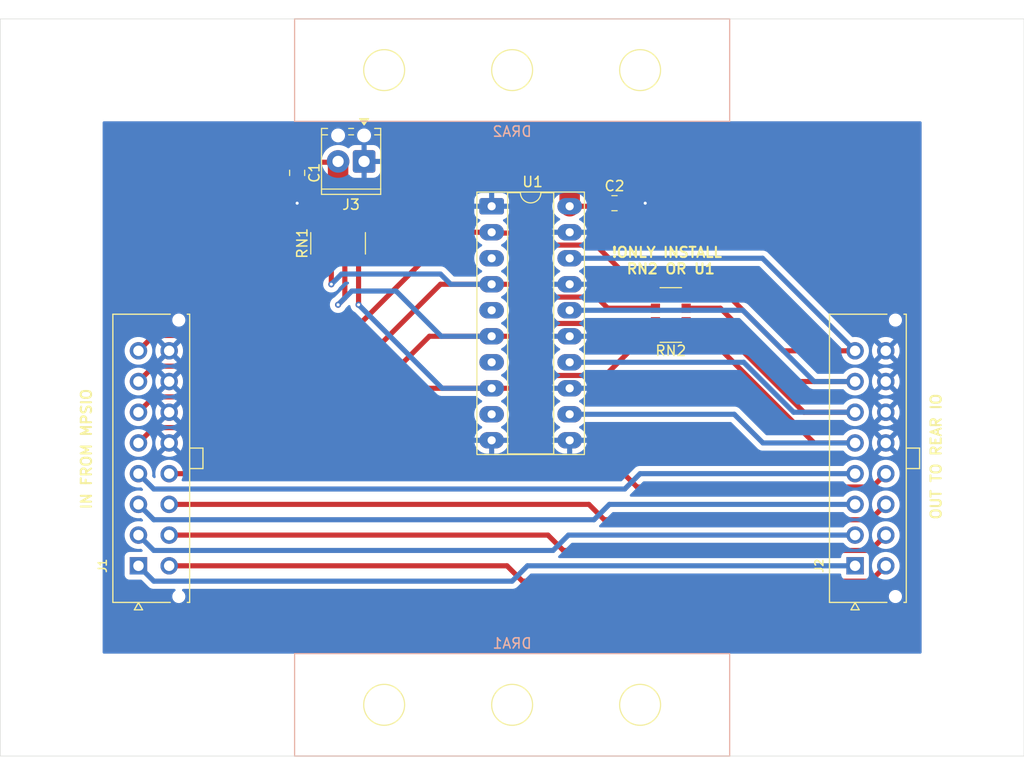
<source format=kicad_pcb>
(kicad_pcb (version 20241229) (generator "pcbnew") (generator_version "9.0")
  (layers (0 "F.Cu" signal) (2 "B.Cu" signal) (13 "F.Paste" user) (15 "B.Paste" user) (5 "F.SilkS" user "F.Silkscreen") (7 "B.SilkS" user "B.Silkscreen") (1 "F.Mask" user) (3 "B.Mask" user) (25 "Edge.Cuts" user))
  (net 0 "")
  (net 1 "Vdrive")
  (net 2 "GND")
  (net 6 "/OUT2_SRC")
  (net 7 "/OUT3_SRC")
  (net 8 "/OUT4_SRC")
  (net 9 "/OUT1_SRC")
  (net 10 "/OUT1_TRANSLATED")
  (net 11 "/OUT4_TRANSLATED")
  (net 12 "/OUT2_TRANSLATED")
  (net 13 "/OUT3_TRANSLATED")
  (net 15 "/IN1_RTN")
  (net 16 "/IN2_RTN")
  (net 17 "/IN3_SRC")
  (net 18 "/IN4_SRC")
  (net 19 "/IN1_SRC")
  (net 20 "/IN4_RTN")
  (net 21 "/IN2_SRC")
  (net 22 "/IN3_RTN")
  (footprint "MountingEquipment:DINRailAdapter_3xM3_PhoenixContact_1201578" (layer "F.Cu") (at 164.38 123.86)
    (property "Reference" "DRA1" (at 0 -6 0) (layer "B.SilkS") (effects (justify mirror)))
    (property "Value" "1201578")
    (fp_circle (center -12.5 0) (end -10.5 0) (stroke (width 0.12)) (fill no) (layer "F.SilkS"))
    (fp_circle (center 0 0) (end 2 0) (stroke (width 0.12)) (fill no) (layer "F.SilkS"))
    (fp_circle (center 12.5 0) (end 14.5 0) (stroke (width 0.12)) (fill no) (layer "F.SilkS"))
    (fp_line (start -21.25 -5) (end -21.25 5) (stroke (width 0.12)) (layer "B.SilkS"))
    (fp_line (start -21.25 5) (end 21.25 5) (stroke (width 0.12)) (layer "B.SilkS"))
    (fp_line (start 21.25 -5) (end -21.25 -5) (stroke (width 0.12)) (layer "B.SilkS"))
    (fp_line (start 21.25 5) (end 21.25 -5) (stroke (width 0.12)) (layer "B.SilkS"))
    (pad "" np_thru_hole circle (at -12.5 0) (size 3.2 3.2) (drill 3.2) (layers "*.Cu" "*.Mask"))
    (pad "" np_thru_hole circle (at 0 0) (size 3.2 3.2) (drill 3.2) (layers "*.Cu" "*.Mask"))
    (pad "" np_thru_hole circle (at 12.5 0) (size 3.2 3.2) (drill 3.2) (layers "*.Cu" "*.Mask"))
  )
  (footprint "MountingEquipment:DINRailAdapter_3xM3_PhoenixContact_1201578" (layer "F.Cu") (at 164.38 61.86)
    (property "Reference" "DRA2" (at 0 6 0) (layer "B.SilkS") (effects (justify mirror)))
    (property "Value" "1201578")
    (fp_circle (center -12.5 0) (end -10.5 0) (stroke (width 0.12)) (fill no) (layer "F.SilkS"))
    (fp_circle (center 0 0) (end 2 0) (stroke (width 0.12)) (fill no) (layer "F.SilkS"))
    (fp_circle (center 12.5 0) (end 14.5 0) (stroke (width 0.12)) (fill no) (layer "F.SilkS"))
    (fp_line (start -21.25 -5) (end -21.25 5) (stroke (width 0.12)) (layer "B.SilkS"))
    (fp_line (start -21.25 5) (end 21.25 5) (stroke (width 0.12)) (layer "B.SilkS"))
    (fp_line (start 21.25 -5) (end -21.25 -5) (stroke (width 0.12)) (layer "B.SilkS"))
    (fp_line (start 21.25 5) (end 21.25 -5) (stroke (width 0.12)) (layer "B.SilkS"))
    (pad "" np_thru_hole circle (at -12.5 0) (size 3.2 3.2) (drill 3.2) (layers "*.Cu" "*.Mask"))
    (pad "" np_thru_hole circle (at 0 0) (size 3.2 3.2) (drill 3.2) (layers "*.Cu" "*.Mask"))
    (pad "" np_thru_hole circle (at 12.5 0) (size 3.2 3.2) (drill 3.2) (layers "*.Cu" "*.Mask"))
  )
  (footprint "Capacitor_SMD:C_0805_2012Metric_Pad1.18x1.45mm_HandSolder" (layer "F.Cu") (at 174.38 74.86)
    (property "Reference" "C2" (at 0 -1.68 0) (layer "F.SilkS"))
    (property "Value" "100nF")
    (fp_line (start -0.261252 -0.735) (end 0.261252 -0.735) (stroke (width 0.12)) (layer "F.SilkS"))
    (fp_line (start -0.261252 0.735) (end 0.261252 0.735) (stroke (width 0.12)) (layer "F.SilkS"))
    (pad "1" smd roundrect (at -1.0375 0) (size 1.175 1.45) (layers "F.Cu" "F.Mask" "F.Paste") (roundrect_rratio 0.212766) (net 1 "Vdrive"))
    (pad "2" smd roundrect (at 1.0375 0) (size 1.175 1.45) (layers "F.Cu" "F.Mask" "F.Paste") (roundrect_rratio 0.212766) (net 2 "GND"))
  )
  (footprint "Resistor_SMD:R_Array_Convex_4x1206" (layer "F.Cu") (at 179.88 85.78 180)
    (property "Reference" "RN2" (at 0 -3.5 0) (layer "F.SilkS"))
    (property "Value" "0R")
    (fp_line (start 1.05 2.67) (end -1.05 2.67) (stroke (width 0.12)) (layer "F.SilkS"))
    (fp_line (start 1.05 -2.67) (end -1.05 -2.67) (stroke (width 0.12)) (layer "F.SilkS"))
    (pad "1" smd rect (at -1.5 -2 180) (size 0.9 0.9) (layers "F.Cu" "F.Mask" "F.Paste") (net 10 "/OUT1_TRANSLATED"))
    (pad "2" smd rect (at -1.5 -0.66 180) (size 0.9 0.9) (layers "F.Cu" "F.Mask" "F.Paste") (net 12 "/OUT2_TRANSLATED"))
    (pad "3" smd rect (at -1.5 0.66 180) (size 0.9 0.9) (layers "F.Cu" "F.Mask" "F.Paste") (net 13 "/OUT3_TRANSLATED"))
    (pad "4" smd rect (at -1.5 2 180) (size 0.9 0.9) (layers "F.Cu" "F.Mask" "F.Paste") (net 11 "/OUT4_TRANSLATED"))
    (pad "5" smd rect (at 1.5 2 180) (size 0.9 0.9) (layers "F.Cu" "F.Mask" "F.Paste") (net 8 "/OUT4_SRC"))
    (pad "6" smd rect (at 1.5 0.66 180) (size 0.9 0.9) (layers "F.Cu" "F.Mask" "F.Paste") (net 7 "/OUT3_SRC"))
    (pad "7" smd rect (at 1.5 -0.66 180) (size 0.9 0.9) (layers "F.Cu" "F.Mask" "F.Paste") (net 6 "/OUT2_SRC"))
    (pad "8" smd rect (at 1.5 -2 180) (size 0.9 0.9) (layers "F.Cu" "F.Mask" "F.Paste") (net 9 "/OUT1_SRC"))
  )
  (footprint "footprints:430451628" (layer "F.Cu") (at 199.38 99.78 -90)
    (property "Reference" "J2" (at 10.5 5 90) (layer "F.SilkS") (effects (font (size 0.787402 0.787402))))
    (property "Value" "430451628")
    (fp_line (start -14.075 4) (end -14.075 -1.61) (stroke (width 0.127)) (layer "F.SilkS"))
    (fp_line (start 14.075 4) (end -14.075 4) (stroke (width 0.127)) (layer "F.SilkS"))
    (fp_line (start 14.8 1.9) (end 14.8 1.1) (stroke (width 0.127)) (layer "F.SilkS"))
    (fp_line (start 14.1 1.5) (end 14.8 1.9) (stroke (width 0.127)) (layer "F.SilkS"))
    (fp_line (start 14.8 1.1) (end 14.1 1.5) (stroke (width 0.127)) (layer "F.SilkS"))
    (fp_line (start 14.075 -1.61) (end 14.075 4) (stroke (width 0.127)) (layer "F.SilkS"))
    (fp_line (start -14.075 -3.27) (end -14.075 -3.5) (stroke (width 0.127)) (layer "F.SilkS"))
    (fp_line (start -14.075 -3.5) (end 14.075 -3.5) (stroke (width 0.127)) (layer "F.SilkS"))
    (fp_line (start 14.075 -3.5) (end 14.075 -3.27) (stroke (width 0.127)) (layer "F.SilkS"))
    (fp_line (start -1 -4.8) (end -1 -3.495) (stroke (width 0.127)) (layer "F.SilkS"))
    (fp_line (start -1 -4.8) (end 1 -4.8) (stroke (width 0.127)) (layer "F.SilkS"))
    (fp_line (start 1 -4.8) (end 1 -3.495) (stroke (width 0.127)) (layer "F.SilkS"))
    (pad "" np_thru_hole circle (at -13.5 -2.44 270) (size 1.02 1.02) (drill 1.02) (layers "*.Cu" "*.Mask"))
    (pad "" np_thru_hole circle (at 13.5 -2.44 270) (size 1.02 1.02) (drill 1.02) (layers "*.Cu" "*.Mask"))
    (pad "1" thru_hole rect (at 10.5 1.5 270) (size 1.7 1.7) (drill 1.02) (layers "*.Cu" "*.Mask") (net 19 "/IN1_SRC"))
    (pad "2" thru_hole circle (at 7.5 1.5 270) (size 1.7 1.7) (drill 1.02) (layers "*.Cu" "*.Mask") (net 21 "/IN2_SRC"))
    (pad "3" thru_hole circle (at 4.5 1.5 270) (size 1.7 1.7) (drill 1.02) (layers "*.Cu" "*.Mask") (net 17 "/IN3_SRC"))
    (pad "4" thru_hole circle (at 1.5 1.5 270) (size 1.7 1.7) (drill 1.02) (layers "*.Cu" "*.Mask") (net 18 "/IN4_SRC"))
    (pad "5" thru_hole circle (at -1.5 1.5 270) (size 1.7 1.7) (drill 1.02) (layers "*.Cu" "*.Mask") (net 10 "/OUT1_TRANSLATED"))
    (pad "6" thru_hole circle (at -4.5 1.5 270) (size 1.7 1.7) (drill 1.02) (layers "*.Cu" "*.Mask") (net 12 "/OUT2_TRANSLATED"))
    (pad "7" thru_hole circle (at -7.5 1.5 270) (size 1.7 1.7) (drill 1.02) (layers "*.Cu" "*.Mask") (net 13 "/OUT3_TRANSLATED"))
    (pad "8" thru_hole circle (at -10.5 1.5 270) (size 1.7 1.7) (drill 1.02) (layers "*.Cu" "*.Mask") (net 11 "/OUT4_TRANSLATED"))
    (pad "9" thru_hole circle (at 10.5 -1.5 270) (size 1.7 1.7) (drill 1.02) (layers "*.Cu" "*.Mask") (net 15 "/IN1_RTN"))
    (pad "10" thru_hole circle (at 7.5 -1.5 270) (size 1.7 1.7) (drill 1.02) (layers "*.Cu" "*.Mask") (net 16 "/IN2_RTN"))
    (pad "11" thru_hole circle (at 4.5 -1.5 270) (size 1.7 1.7) (drill 1.02) (layers "*.Cu" "*.Mask") (net 22 "/IN3_RTN"))
    (pad "12" thru_hole circle (at 1.5 -1.5 270) (size 1.7 1.7) (drill 1.02) (layers "*.Cu" "*.Mask") (net 20 "/IN4_RTN"))
    (pad "13" thru_hole circle (at -1.5 -1.5 270) (size 1.7 1.7) (drill 1.02) (layers "*.Cu" "*.Mask") (net 2 "GND"))
    (pad "14" thru_hole circle (at -4.5 -1.5 270) (size 1.7 1.7) (drill 1.02) (layers "*.Cu" "*.Mask") (net 2 "GND"))
    (pad "15" thru_hole circle (at -7.5 -1.5 270) (size 1.7 1.7) (drill 1.02) (layers "*.Cu" "*.Mask") (net 2 "GND"))
    (pad "16" thru_hole circle (at -10.5 -1.5 270) (size 1.7 1.7) (drill 1.02) (layers "*.Cu" "*.Mask") (net 2 "GND"))
  )
  (footprint "TerminalBlock_Phoenix:TerminalBlock_Phoenix_MPT-0,5-2-2.54_1x02_P2.54mm_Horizontal" (layer "F.Cu") (at 149.92 70.78 180)
    (property "Reference" "J3" (at 1.27 -4.22 0) (layer "F.SilkS"))
    (property "Value" "Phoenix 1725656")
    (fp_line (start 4.16 3.22) (end 3.57 3.22) (stroke (width 0.12)) (layer "F.SilkS"))
    (fp_line (start 4.16 -3.22) (end 4.16 3.22) (stroke (width 0.12)) (layer "F.SilkS"))
    (fp_line (start 3.57 2.6) (end 4.16 2.6) (stroke (width 0.12)) (layer "F.SilkS"))
    (fp_line (start 1.51 3.22) (end 1.03 3.22) (stroke (width 0.12)) (layer "F.SilkS"))
    (fp_line (start 1.03 2.6) (end 1.51 2.6) (stroke (width 0.12)) (layer "F.SilkS"))
    (fp_line (start -1.03 3.22) (end -1.62 3.22) (stroke (width 0.12)) (layer "F.SilkS"))
    (fp_line (start -1.62 3.22) (end -1.62 -3.22) (stroke (width 0.12)) (layer "F.SilkS"))
    (fp_line (start -1.62 2.6) (end -1.03 2.6) (stroke (width 0.12)) (layer "F.SilkS"))
    (fp_line (start -1.62 -2.7) (end 4.16 -2.7) (stroke (width 0.12)) (layer "F.SilkS"))
    (fp_line (start -1.62 -3.22) (end 4.16 -3.22) (stroke (width 0.12)) (layer "F.SilkS"))
    (fp_poly (pts (xy 0 3.57) (xy 0.44 4.18) (xy -0.44 4.18)) (stroke (width 0.12)) (fill yes) (layer "F.SilkS"))
    (pad "" np_thru_hole circle (at 0 2.54 180) (size 1.1 1.1) (drill 1.1) (layers "*.Cu" "*.Mask"))
    (pad "" np_thru_hole circle (at 2.54 2.54 180) (size 1.1 1.1) (drill 1.1) (layers "*.Cu" "*.Mask"))
    (pad "1" thru_hole roundrect (at 0 0 180) (size 2.2 2.2) (drill 1.1) (layers "*.Cu" "*.Mask") (roundrect_rratio 0.113636) (net 2 "GND"))
    (pad "2" thru_hole circle (at 2.54 0 180) (size 2.2 2.2) (drill 1.1) (layers "*.Cu" "*.Mask") (net 1 "Vdrive"))
  )
  (footprint "Capacitor_SMD:C_0805_2012Metric_Pad1.18x1.45mm_HandSolder" (layer "F.Cu") (at 143.38 71.8975 -90)
    (property "Reference" "C1" (at 0 -1.68 90) (layer "F.SilkS"))
    (property "Value" "10uF")
    (fp_line (start -0.261252 0.735) (end 0.261252 0.735) (stroke (width 0.12)) (layer "F.SilkS"))
    (fp_line (start -0.261252 -0.735) (end 0.261252 -0.735) (stroke (width 0.12)) (layer "F.SilkS"))
    (pad "1" smd roundrect (at -1.0375 0 270) (size 1.175 1.45) (layers "F.Cu" "F.Mask" "F.Paste") (roundrect_rratio 0.212766) (net 1 "Vdrive"))
    (pad "2" smd roundrect (at 1.0375 0 270) (size 1.175 1.45) (layers "F.Cu" "F.Mask" "F.Paste") (roundrect_rratio 0.212766) (net 2 "GND"))
  )
  (footprint "Resistor_SMD:R_Array_Convex_4x1206" (layer "F.Cu") (at 147.38 78.78 90)
    (property "Reference" "RN1" (at 0 -3.5 90) (layer "F.SilkS"))
    (property "Value" "10k")
    (fp_line (start 1.05 -2.67) (end -1.05 -2.67) (stroke (width 0.12)) (layer "F.SilkS"))
    (fp_line (start 1.05 2.67) (end -1.05 2.67) (stroke (width 0.12)) (layer "F.SilkS"))
    (pad "1" smd rect (at -1.5 -2 90) (size 0.9 0.9) (layers "F.Cu" "F.Mask" "F.Paste") (net 8 "/OUT4_SRC"))
    (pad "2" smd rect (at -1.5 -0.66 90) (size 0.9 0.9) (layers "F.Cu" "F.Mask" "F.Paste") (net 7 "/OUT3_SRC"))
    (pad "3" smd rect (at -1.5 0.66 90) (size 0.9 0.9) (layers "F.Cu" "F.Mask" "F.Paste") (net 6 "/OUT2_SRC"))
    (pad "4" smd rect (at -1.5 2 90) (size 0.9 0.9) (layers "F.Cu" "F.Mask" "F.Paste") (net 9 "/OUT1_SRC"))
    (pad "5" smd rect (at 1.5 2 90) (size 0.9 0.9) (layers "F.Cu" "F.Mask" "F.Paste") (net 1 "Vdrive"))
    (pad "6" smd rect (at 1.5 0.66 90) (size 0.9 0.9) (layers "F.Cu" "F.Mask" "F.Paste") (net 1 "Vdrive"))
    (pad "7" smd rect (at 1.5 -0.66 90) (size 0.9 0.9) (layers "F.Cu" "F.Mask" "F.Paste") (net 1 "Vdrive"))
    (pad "8" smd rect (at 1.5 -2 90) (size 0.9 0.9) (layers "F.Cu" "F.Mask" "F.Paste") (net 1 "Vdrive"))
  )
  (footprint "Package_DIP:DIP-20_W7.62mm_Socket_LongPads" (layer "F.Cu") (at 162.38 75.16)
    (property "Reference" "U1" (at 4 -2.38 0) (layer "F.SilkS"))
    (property "Value" "74AHC240")
    (fp_line (start 1.56 -1.33) (end 1.56 24.19) (stroke (width 0.12)) (layer "F.SilkS"))
    (fp_line (start 1.56 24.19) (end 6.06 24.19) (stroke (width 0.12)) (layer "F.SilkS"))
    (fp_line (start 2.81 -1.33) (end 1.56 -1.33) (stroke (width 0.12)) (layer "F.SilkS"))
    (fp_line (start 6.06 -1.33) (end 4.81 -1.33) (stroke (width 0.12)) (layer "F.SilkS"))
    (fp_line (start 6.06 24.19) (end 6.06 -1.33) (stroke (width 0.12)) (layer "F.SilkS"))
    (fp_rect (start -1.44 -1.39) (end 9.06 24.25) (stroke (width 0.12)) (fill no) (layer "F.SilkS"))
    (fp_arc (start 4.81 -1.33) (mid 3.81 -0.33) (end 2.81 -1.33) (stroke (width 0.12)) (layer "F.SilkS"))
    (pad "1" thru_hole roundrect (at 0 0) (size 2.4 1.6) (drill 0.8) (layers "*.Cu" "*.Mask") (roundrect_rratio 0.15625) (net 2 "GND"))
    (pad "2" thru_hole oval (at 0 2.54) (size 2.4 1.6) (drill 0.8) (layers "*.Cu" "*.Mask") (net 8 "/OUT4_SRC"))
    (pad "3" thru_hole oval (at 0 5.08) (size 2.4 1.6) (drill 0.8) (layers "*.Cu" "*.Mask"))
    (pad "4" thru_hole oval (at 0 7.62) (size 2.4 1.6) (drill 0.8) (layers "*.Cu" "*.Mask") (net 7 "/OUT3_SRC"))
    (pad "5" thru_hole oval (at 0 10.16) (size 2.4 1.6) (drill 0.8) (layers "*.Cu" "*.Mask"))
    (pad "6" thru_hole oval (at 0 12.7) (size 2.4 1.6) (drill 0.8) (layers "*.Cu" "*.Mask") (net 6 "/OUT2_SRC"))
    (pad "7" thru_hole oval (at 0 15.24) (size 2.4 1.6) (drill 0.8) (layers "*.Cu" "*.Mask"))
    (pad "8" thru_hole oval (at 0 17.78) (size 2.4 1.6) (drill 0.8) (layers "*.Cu" "*.Mask") (net 9 "/OUT1_SRC"))
    (pad "9" thru_hole oval (at 0 20.32) (size 2.4 1.6) (drill 0.8) (layers "*.Cu" "*.Mask"))
    (pad "10" thru_hole oval (at 0 22.86) (size 2.4 1.6) (drill 0.8) (layers "*.Cu" "*.Mask") (net 2 "GND"))
    (pad "11" thru_hole oval (at 7.62 22.86) (size 2.4 1.6) (drill 0.8) (layers "*.Cu" "*.Mask") (net 2 "GND"))
    (pad "12" thru_hole oval (at 7.62 20.32) (size 2.4 1.6) (drill 0.8) (layers "*.Cu" "*.Mask") (net 10 "/OUT1_TRANSLATED"))
    (pad "13" thru_hole oval (at 7.62 17.78) (size 2.4 1.6) (drill 0.8) (layers "*.Cu" "*.Mask") (net 2 "GND"))
    (pad "14" thru_hole oval (at 7.62 15.24) (size 2.4 1.6) (drill 0.8) (layers "*.Cu" "*.Mask") (net 12 "/OUT2_TRANSLATED"))
    (pad "15" thru_hole oval (at 7.62 12.7) (size 2.4 1.6) (drill 0.8) (layers "*.Cu" "*.Mask") (net 2 "GND"))
    (pad "16" thru_hole oval (at 7.62 10.16) (size 2.4 1.6) (drill 0.8) (layers "*.Cu" "*.Mask") (net 13 "/OUT3_TRANSLATED"))
    (pad "17" thru_hole oval (at 7.62 7.62) (size 2.4 1.6) (drill 0.8) (layers "*.Cu" "*.Mask") (net 2 "GND"))
    (pad "18" thru_hole oval (at 7.62 5.08) (size 2.4 1.6) (drill 0.8) (layers "*.Cu" "*.Mask") (net 11 "/OUT4_TRANSLATED"))
    (pad "19" thru_hole oval (at 7.62 2.54) (size 2.4 1.6) (drill 0.8) (layers "*.Cu" "*.Mask") (net 2 "GND"))
    (pad "20" thru_hole oval (at 7.62 0) (size 2.4 1.6) (drill 0.8) (layers "*.Cu" "*.Mask") (net 1 "Vdrive"))
  )
  (footprint "footprints:430451628" (layer "F.Cu") (at 129.38 99.78 -90)
    (property "Reference" "J1" (at 10.5 5 90) (layer "F.SilkS") (effects (font (size 0.787402 0.787402))))
    (property "Value" "430451628")
    (fp_line (start -14.075 4) (end -14.075 -1.61) (stroke (width 0.127)) (layer "F.SilkS"))
    (fp_line (start 14.075 4) (end -14.075 4) (stroke (width 0.127)) (layer "F.SilkS"))
    (fp_line (start 14.8 1.9) (end 14.8 1.1) (stroke (width 0.127)) (layer "F.SilkS"))
    (fp_line (start 14.1 1.5) (end 14.8 1.9) (stroke (width 0.127)) (layer "F.SilkS"))
    (fp_line (start 14.8 1.1) (end 14.1 1.5) (stroke (width 0.127)) (layer "F.SilkS"))
    (fp_line (start 14.075 -1.61) (end 14.075 4) (stroke (width 0.127)) (layer "F.SilkS"))
    (fp_line (start -14.075 -3.27) (end -14.075 -3.5) (stroke (width 0.127)) (layer "F.SilkS"))
    (fp_line (start -14.075 -3.5) (end 14.075 -3.5) (stroke (width 0.127)) (layer "F.SilkS"))
    (fp_line (start 14.075 -3.5) (end 14.075 -3.27) (stroke (width 0.127)) (layer "F.SilkS"))
    (fp_line (start -1 -4.8) (end -1 -3.495) (stroke (width 0.127)) (layer "F.SilkS"))
    (fp_line (start -1 -4.8) (end 1 -4.8) (stroke (width 0.127)) (layer "F.SilkS"))
    (fp_line (start 1 -4.8) (end 1 -3.495) (stroke (width 0.127)) (layer "F.SilkS"))
    (pad "" np_thru_hole circle (at -13.5 -2.44 270) (size 1.02 1.02) (drill 1.02) (layers "*.Cu" "*.Mask"))
    (pad "" np_thru_hole circle (at 13.5 -2.44 270) (size 1.02 1.02) (drill 1.02) (layers "*.Cu" "*.Mask"))
    (pad "1" thru_hole rect (at 10.5 1.5 270) (size 1.7 1.7) (drill 1.02) (layers "*.Cu" "*.Mask") (net 19 "/IN1_SRC"))
    (pad "2" thru_hole circle (at 7.5 1.5 270) (size 1.7 1.7) (drill 1.02) (layers "*.Cu" "*.Mask") (net 21 "/IN2_SRC"))
    (pad "3" thru_hole circle (at 4.5 1.5 270) (size 1.7 1.7) (drill 1.02) (layers "*.Cu" "*.Mask") (net 17 "/IN3_SRC"))
    (pad "4" thru_hole circle (at 1.5 1.5 270) (size 1.7 1.7) (drill 1.02) (layers "*.Cu" "*.Mask") (net 18 "/IN4_SRC"))
    (pad "5" thru_hole circle (at -1.5 1.5 270) (size 1.7 1.7) (drill 1.02) (layers "*.Cu" "*.Mask") (net 9 "/OUT1_SRC"))
    (pad "6" thru_hole circle (at -4.5 1.5 270) (size 1.7 1.7) (drill 1.02) (layers "*.Cu" "*.Mask") (net 6 "/OUT2_SRC"))
    (pad "7" thru_hole circle (at -7.5 1.5 270) (size 1.7 1.7) (drill 1.02) (layers "*.Cu" "*.Mask") (net 7 "/OUT3_SRC"))
    (pad "8" thru_hole circle (at -10.5 1.5 270) (size 1.7 1.7) (drill 1.02) (layers "*.Cu" "*.Mask") (net 8 "/OUT4_SRC"))
    (pad "9" thru_hole circle (at 10.5 -1.5 270) (size 1.7 1.7) (drill 1.02) (layers "*.Cu" "*.Mask") (net 15 "/IN1_RTN"))
    (pad "10" thru_hole circle (at 7.5 -1.5 270) (size 1.7 1.7) (drill 1.02) (layers "*.Cu" "*.Mask") (net 16 "/IN2_RTN"))
    (pad "11" thru_hole circle (at 4.5 -1.5 270) (size 1.7 1.7) (drill 1.02) (layers "*.Cu" "*.Mask") (net 22 "/IN3_RTN"))
    (pad "12" thru_hole circle (at 1.5 -1.5 270) (size 1.7 1.7) (drill 1.02) (layers "*.Cu" "*.Mask") (net 20 "/IN4_RTN"))
    (pad "13" thru_hole circle (at -1.5 -1.5 270) (size 1.7 1.7) (drill 1.02) (layers "*.Cu" "*.Mask") (net 2 "GND"))
    (pad "14" thru_hole circle (at -4.5 -1.5 270) (size 1.7 1.7) (drill 1.02) (layers "*.Cu" "*.Mask") (net 2 "GND"))
    (pad "15" thru_hole circle (at -7.5 -1.5 270) (size 1.7 1.7) (drill 1.02) (layers "*.Cu" "*.Mask") (net 2 "GND"))
    (pad "16" thru_hole circle (at -10.5 -1.5 270) (size 1.7 1.7) (drill 1.02) (layers "*.Cu" "*.Mask") (net 2 "GND"))
  )
  (gr_rect (start 114.38 56.86) (end 214.38 128.86) (stroke (width 0.05)) (fill no) (layer "Edge.Cuts"))
  (gr_text "IN FROM MPSIO" (at 123.38 104.86 90) (layer "F.SilkS") (effects (font (size 1 1) (thickness 0.2) (bold yes)) (justify left bottom)))
  (gr_text "OUT TO REAR IO" (at 206.38 105.86 90) (layer "F.SilkS") (effects (font (size 1 1) (thickness 0.2) (bold yes)) (justify left bottom)))
  (gr_text "!ONLY INSTALL \nRN2 OR U1" (at 179.88 81.86 0) (layer "F.SilkS") (effects (font (size 1 1) (thickness 0.2) (bold yes)) (justify bottom)))
  (segment (start 172.38 74.86) (end 172.08 75.16) (width 0.5) (layer "F.Cu") (net 1))
  (segment (start 149.38 74.86) (end 147.38 72.86) (width 2) (layer "F.Cu") (net 1))
  (segment (start 145.38 77.28) (end 149.38 77.28) (width 0.5) (layer "F.Cu") (net 1))
  (segment (start 147.3 70.86) (end 147.38 70.78) (width 0.5) (layer "F.Cu") (net 1))
  (segment (start 147.38 72.86) (end 147.38 70.78) (width 2) (layer "F.Cu") (net 1))
  (segment (start 170 73.48) (end 167.38 70.86) (width 2) (layer "F.Cu") (net 1))
  (segment (start 143.38 70.86) (end 147.3 70.86) (width 0.5) (layer "F.Cu") (net 1))
  (segment (start 160.38 70.86) (end 156.38 74.86) (width 2) (layer "F.Cu") (net 1))
  (segment (start 173.3425 74.86) (end 172.38 74.86) (width 0.5) (layer "F.Cu") (net 1))
  (segment (start 156.38 74.86) (end 149.38 74.86) (width 2) (layer "F.Cu") (net 1))
  (segment (start 170 75.16) (end 170 73.48) (width 2) (layer "F.Cu") (net 1))
  (segment (start 145.38 77.28) (end 145.38 74.86) (width 0.5) (layer "F.Cu") (net 1))
  (segment (start 167.38 70.86) (end 160.38 70.86) (width 2) (layer "F.Cu") (net 1))
  (segment (start 145.38 74.86) (end 147.38 72.86) (width 0.5) (layer "F.Cu") (net 1))
  (segment (start 172.08 75.16) (end 170 75.16) (width 0.5) (layer "F.Cu") (net 1))
  (segment (start 143.38 72.935) (end 143.38 74.86) (width 0.5) (layer "F.Cu") (net 2))
  (segment (start 175.4175 74.86) (end 177.38 74.86) (width 0.5) (layer "F.Cu") (net 2))
  (via (at 143.38 74.86) (size 0.6) (drill 0.3) (layers "F.Cu" "B.Cu") (net 2))
  (via (at 177.38 74.86) (size 0.6) (drill 0.3) (layers "F.Cu" "B.Cu") (net 2))
  (segment (start 178.211 86.609) (end 178.38 86.44) (width 0.5) (layer "F.Cu") (net 6))
  (segment (start 148.04 84.12) (end 148.04 80.28) (width 0.5) (layer "F.Cu") (net 6))
  (segment (start 156.3 87.86) (end 162.38 87.86) (width 0.5) (layer "F.Cu") (net 6))
  (segment (start 150.38 93.78) (end 156.3 87.86) (width 0.5) (layer "F.Cu") (net 6))
  (segment (start 129.38 93.78) (end 150.38 93.78) (width 0.5) (layer "F.Cu") (net 6))
  (segment (start 162.38 87.86) (end 165.3 87.86) (width 0.5) (layer "F.Cu") (net 6))
  (segment (start 166.551 86.609) (end 178.211 86.609) (width 0.5) (layer "F.Cu") (net 6))
  (segment (start 147.38 84.78) (end 148.04 84.12) (width 0.5) (layer "F.Cu") (net 6))
  (segment (start 127.88 95.28) (end 129.38 93.78) (width 0.5) (layer "F.Cu") (net 6))
  (segment (start 165.3 87.86) (end 166.551 86.609) (width 0.5) (layer "F.Cu") (net 6))
  (via (at 147.38 84.78) (size 0.6) (drill 0.3) (layers "F.Cu" "B.Cu") (net 6))
  (segment (start 157.46 87.86) (end 162.38 87.86) (width 0.5) (layer "B.Cu") (net 6))
  (segment (start 148.72 83.44) (end 153.04 83.44) (width 0.5) (layer "B.Cu") (net 6))
  (segment (start 147.38 84.78) (end 148.72 83.44) (width 0.5) (layer "B.Cu") (net 6))
  (segment (start 153.04 83.44) (end 157.46 87.86) (width 0.5) (layer "B.Cu") (net 6))
  (segment (start 167.003345 84.031) (end 172.631 84.031) (width 0.5) (layer "F.Cu") (net 7))
  (segment (start 157.38 82.78) (end 162.38 82.78) (width 0.5) (layer "F.Cu") (net 7))
  (segment (start 162.38 82.78) (end 165.752345 82.78) (width 0.5) (layer "F.Cu") (net 7))
  (segment (start 173.72 85.12) (end 178.38 85.12) (width 0.5) (layer "F.Cu") (net 7))
  (segment (start 146.72 82.78) (end 146.72 80.28) (width 0.5) (layer "F.Cu") (net 7))
  (segment (start 149.38 90.78) (end 157.38 82.78) (width 0.5) (layer "F.Cu") (net 7))
  (segment (start 172.631 84.031) (end 173.72 85.12) (width 0.5) (layer "F.Cu") (net 7))
  (segment (start 129.38 90.78) (end 149.38 90.78) (width 0.5) (layer "F.Cu") (net 7))
  (segment (start 165.752345 82.78) (end 167.003345 84.031) (width 0.5) (layer "F.Cu") (net 7))
  (segment (start 127.88 92.28) (end 129.38 90.78) (width 0.5) (layer "F.Cu") (net 7))
  (via (at 146.72 82.78) (size 0.6) (drill 0.3) (layers "F.Cu" "B.Cu") (net 7))
  (segment (start 146.72 82.78) (end 147.72 81.78) (width 0.5) (layer "B.Cu") (net 7))
  (segment (start 147.72 81.78) (end 157.38 81.78) (width 0.5) (layer "B.Cu") (net 7))
  (segment (start 158.38 82.78) (end 162.38 82.78) (width 0.5) (layer "B.Cu") (net 7))
  (segment (start 157.38 81.78) (end 158.38 82.78) (width 0.5) (layer "B.Cu") (net 7))
  (segment (start 162.38 77.7) (end 162.46 77.78) (width 0.5) (layer "F.Cu") (net 8))
  (segment (start 166.551 78.951) (end 172.551 78.951) (width 0.5) (layer "F.Cu") (net 8))
  (segment (start 129.38 87.78) (end 145.38 87.78) (width 0.5) (layer "F.Cu") (net 8))
  (segment (start 145.38 87.78) (end 148.38 87.78) (width 0.5) (layer "F.Cu") (net 8))
  (segment (start 127.88 89.28) (end 129.38 87.78) (width 0.5) (layer "F.Cu") (net 8))
  (segment (start 145.38 80.28) (end 145.38 87.78) (width 0.5) (layer "F.Cu") (net 8))
  (segment (start 162.46 77.78) (end 165.38 77.78) (width 0.5) (layer "F.Cu") (net 8))
  (segment (start 172.551 78.951) (end 177.38 83.78) (width 0.5) (layer "F.Cu") (net 8))
  (segment (start 148.38 87.78) (end 158.46 77.7) (width 0.5) (layer "F.Cu") (net 8))
  (segment (start 177.38 83.78) (end 178.38 83.78) (width 0.5) (layer "F.Cu") (net 8))
  (segment (start 165.38 77.78) (end 166.551 78.951) (width 0.5) (layer "F.Cu") (net 8))
  (segment (start 158.46 77.7) (end 162.38 77.7) (width 0.5) (layer "F.Cu") (net 8))
  (segment (start 152.38 96.78) (end 155.38 93.78) (width 0.5) (layer "F.Cu") (net 9))
  (segment (start 173.471 91.689) (end 177.38 87.78) (width 0.5) (layer "F.Cu") (net 9))
  (segment (start 129.38 96.78) (end 140.38 96.78) (width 0.5) (layer "F.Cu") (net 9))
  (segment (start 127.88 98.28) (end 129.38 96.78) (width 0.5) (layer "F.Cu") (net 9))
  (segment (start 149.38 80.28) (end 149.38 84.78) (width 0.5) (layer "F.Cu") (net 9))
  (segment (start 162.38 92.94) (end 156.22 92.94) (width 0.5) (layer "F.Cu") (net 9))
  (segment (start 140.38 96.78) (end 152.38 96.78) (width 0.5) (layer "F.Cu") (net 9))
  (segment (start 165.129 92.94) (end 166.38 91.689) (width 0.5) (layer "F.Cu") (net 9))
  (segment (start 156.22 92.94) (end 155.38 93.78) (width 0.5) (layer "F.Cu") (net 9))
  (segment (start 177.38 87.78) (end 178.38 87.78) (width 0.5) (layer "F.Cu") (net 9))
  (segment (start 166.38 91.689) (end 173.471 91.689) (width 0.5) (layer "F.Cu") (net 9))
  (segment (start 162.38 92.94) (end 165.129 92.94) (width 0.5) (layer "F.Cu") (net 9))
  (via (at 149.38 84.78) (size 0.6) (drill 0.3) (layers "F.Cu" "B.Cu") (net 9))
  (segment (start 149.38 84.78) (end 157.54 92.94) (width 0.5) (layer "B.Cu") (net 9))
  (segment (start 157.54 92.94) (end 162.38 92.94) (width 0.5) (layer "B.Cu") (net 9))
  (segment (start 193.88 98.28) (end 197.88 98.28) (width 0.5) (layer "F.Cu") (net 10))
  (segment (start 181.38 87.78) (end 183.38 87.78) (width 0.5) (layer "F.Cu") (net 10))
  (segment (start 183.38 87.78) (end 193.88 98.28) (width 0.5) (layer "F.Cu") (net 10))
  (segment (start 186.08 95.48) (end 188.88 98.28) (width 0.5) (layer "B.Cu") (net 10))
  (segment (start 170 95.48) (end 186.08 95.48) (width 0.5) (layer "B.Cu") (net 10))
  (segment (start 188.88 98.28) (end 197.88 98.28) (width 0.5) (layer "B.Cu") (net 10))
  (segment (start 190.88 89.28) (end 197.88 89.28) (width 0.5) (layer "F.Cu") (net 11))
  (segment (start 181.38 83.78) (end 185.38 83.78) (width 0.5) (layer "F.Cu") (net 11))
  (segment (start 185.38 83.78) (end 190.88 89.28) (width 0.5) (layer "F.Cu") (net 11))
  (segment (start 170 80.24) (end 188.84 80.24) (width 0.5) (layer "B.Cu") (net 11))
  (segment (start 188.84 80.24) (end 197.88 89.28) (width 0.5) (layer "B.Cu") (net 11))
  (segment (start 181.38 86.44) (end 184.04 86.44) (width 0.5) (layer "F.Cu") (net 12))
  (segment (start 192.88 95.28) (end 197.88 95.28) (width 0.5) (layer "F.Cu") (net 12))
  (segment (start 184.04 86.44) (end 192.88 95.28) (width 0.5) (layer "F.Cu") (net 12))
  (segment (start 187 90.4) (end 191.88 95.28) (width 0.5) (layer "B.Cu") (net 12))
  (segment (start 170 90.4) (end 187 90.4) (width 0.5) (layer "B.Cu") (net 12))
  (segment (start 191.88 95.28) (end 197.88 95.28) (width 0.5) (layer "B.Cu") (net 12))
  (segment (start 181.38 85.12) (end 184.72 85.12) (width 0.5) (layer "F.Cu") (net 13))
  (segment (start 184.72 85.12) (end 191.88 92.28) (width 0.5) (layer "F.Cu") (net 13))
  (segment (start 191.88 92.28) (end 197.88 92.28) (width 0.5) (layer "F.Cu") (net 13))
  (segment (start 193.88 92.28) (end 197.88 92.28) (width 0.5) (layer "B.Cu") (net 13))
  (segment (start 186.92 85.32) (end 193.88 92.28) (width 0.5) (layer "B.Cu") (net 13))
  (segment (start 170 85.32) (end 186.92 85.32) (width 0.5) (layer "B.Cu") (net 13))
  (segment (start 165.38 111.78) (end 199.38 111.78) (width 0.5) (layer "F.Cu") (net 15))
  (segment (start 163.88 110.28) (end 165.38 111.78) (width 0.5) (layer "F.Cu") (net 15))
  (segment (start 130.88 110.28) (end 163.88 110.28) (width 0.5) (layer "F.Cu") (net 15))
  (segment (start 199.38 111.78) (end 200.88 110.28) (width 0.5) (layer "F.Cu") (net 15))
  (segment (start 169.38 108.78) (end 199.38 108.78) (width 0.5) (layer "F.Cu") (net 16))
  (segment (start 130.88 107.28) (end 167.88 107.28) (width 0.5) (layer "F.Cu") (net 16))
  (segment (start 199.38 108.78) (end 200.88 107.28) (width 0.5) (layer "F.Cu") (net 16))
  (segment (start 167.88 107.28) (end 169.38 108.78) (width 0.5) (layer "F.Cu") (net 16))
  (segment (start 173.88 104.28) (end 197.88 104.28) (width 0.5) (layer "B.Cu") (net 17))
  (segment (start 127.88 104.28) (end 129.38 105.78) (width 0.5) (layer "B.Cu") (net 17))
  (segment (start 172.38 105.78) (end 173.88 104.28) (width 0.5) (layer "B.Cu") (net 17))
  (segment (start 129.38 105.78) (end 172.38 105.78) (width 0.5) (layer "B.Cu") (net 17))
  (segment (start 175.38 102.78) (end 176.88 101.28) (width 0.5) (layer "B.Cu") (net 18))
  (segment (start 176.88 101.28) (end 197.88 101.28) (width 0.5) (layer "B.Cu") (net 18))
  (segment (start 127.88 101.28) (end 129.38 102.78) (width 0.5) (layer "B.Cu") (net 18))
  (segment (start 129.38 102.78) (end 175.38 102.78) (width 0.5) (layer "B.Cu") (net 18))
  (segment (start 164.38 111.78) (end 165.88 110.28) (width 0.5) (layer "B.Cu") (net 19))
  (segment (start 129.38 111.78) (end 164.38 111.78) (width 0.5) (layer "B.Cu") (net 19))
  (segment (start 127.88 110.28) (end 129.38 111.78) (width 0.5) (layer "B.Cu") (net 19))
  (segment (start 165.88 110.28) (end 197.88 110.28) (width 0.5) (layer "B.Cu") (net 19))
  (segment (start 130.88 101.28) (end 175.278 101.28) (width 0.5) (layer "F.Cu") (net 20))
  (segment (start 199.579 102.581) (end 200.88 101.28) (width 0.5) (layer "F.Cu") (net 20))
  (segment (start 175.278 101.28) (end 176.579 102.581) (width 0.5) (layer "F.Cu") (net 20))
  (segment (start 176.579 102.581) (end 199.579 102.581) (width 0.5) (layer "F.Cu") (net 20))
  (segment (start 168.38 108.78) (end 169.88 107.28) (width 0.5) (layer "B.Cu") (net 21))
  (segment (start 129.38 108.78) (end 168.38 108.78) (width 0.5) (layer "B.Cu") (net 21))
  (segment (start 127.88 107.28) (end 129.38 108.78) (width 0.5) (layer "B.Cu") (net 21))
  (segment (start 169.88 107.28) (end 197.88 107.28) (width 0.5) (layer "B.Cu") (net 21))
  (segment (start 199.38 105.78) (end 200.88 104.28) (width 0.5) (layer "F.Cu") (net 22))
  (segment (start 130.88 104.28) (end 171.88 104.28) (width 0.5) (layer "F.Cu") (net 22))
  (segment (start 171.88 104.28) (end 173.38 105.78) (width 0.5) (layer "F.Cu") (net 22))
  (segment (start 173.38 105.78) (end 199.38 105.78) (width 0.5) (layer "F.Cu") (net 22))
  (zone (net 2) (net_name "GND") (layer "B.Cu") (connect_pads (clearance 0.5)) (min_thickness 0.25) (fill yes (thermal_gap 0.5) (thermal_bridge_width 0.5))
    (polygon (pts (xy 124.38 118.86) (xy 204.38 118.86) (xy 204.38 66.86) (xy 124.38 66.86)))
  )
)
</source>
